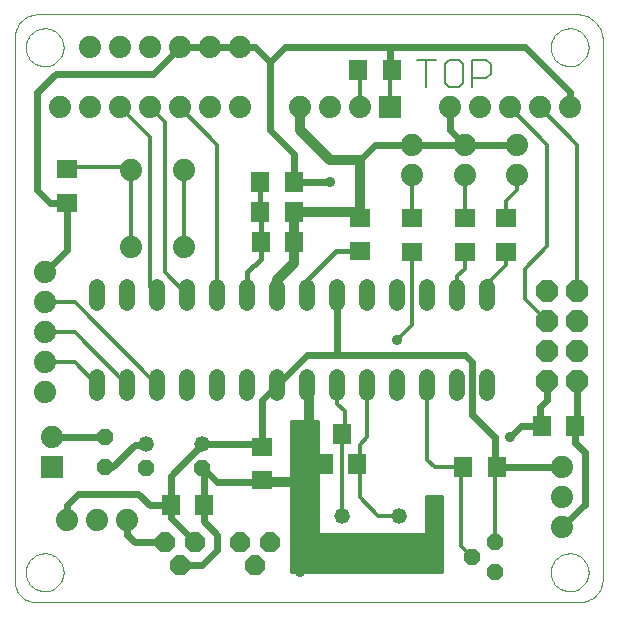
<source format=gtl>
G75*
%MOIN*%
%OFA0B0*%
%FSLAX24Y24*%
%IPPOS*%
%LPD*%
%AMOC8*
5,1,8,0,0,1.08239X$1,22.5*
%
%ADD10C,0.0000*%
%ADD11C,0.0080*%
%ADD12C,0.0520*%
%ADD13C,0.0740*%
%ADD14OC8,0.0520*%
%ADD15C,0.0520*%
%ADD16R,0.0709X0.0630*%
%ADD17R,0.0630X0.0709*%
%ADD18OC8,0.0740*%
%ADD19R,0.0710X0.0630*%
%ADD20R,0.0740X0.0740*%
%ADD21OC8,0.0660*%
%ADD22R,0.0630X0.0710*%
%ADD23C,0.0120*%
%ADD24C,0.0240*%
%ADD25C,0.0320*%
%ADD26C,0.0356*%
%ADD27C,0.0160*%
D10*
X000430Y000887D02*
X000430Y018999D01*
X000432Y019055D01*
X000438Y019110D01*
X000448Y019165D01*
X000462Y019219D01*
X000479Y019272D01*
X000501Y019323D01*
X000526Y019373D01*
X000554Y019421D01*
X000586Y019467D01*
X000621Y019510D01*
X000659Y019551D01*
X000700Y019589D01*
X000743Y019624D01*
X000789Y019656D01*
X000837Y019684D01*
X000887Y019709D01*
X000938Y019731D01*
X000991Y019748D01*
X001045Y019762D01*
X001100Y019772D01*
X001155Y019778D01*
X001211Y019780D01*
X019181Y019780D01*
X019237Y019778D01*
X019292Y019773D01*
X019347Y019764D01*
X019401Y019751D01*
X019454Y019735D01*
X019506Y019715D01*
X019557Y019692D01*
X019606Y019666D01*
X019653Y019637D01*
X019698Y019605D01*
X019741Y019569D01*
X019781Y019531D01*
X019819Y019491D01*
X019855Y019448D01*
X019887Y019403D01*
X019916Y019356D01*
X019942Y019307D01*
X019965Y019256D01*
X019985Y019204D01*
X020001Y019151D01*
X020014Y019097D01*
X020023Y019042D01*
X020028Y018987D01*
X020030Y018931D01*
X020030Y000961D01*
X020028Y000905D01*
X020022Y000850D01*
X020012Y000795D01*
X019998Y000741D01*
X019981Y000688D01*
X019959Y000637D01*
X019934Y000587D01*
X019906Y000539D01*
X019874Y000493D01*
X019839Y000450D01*
X019801Y000409D01*
X019760Y000371D01*
X019717Y000336D01*
X019671Y000304D01*
X019623Y000276D01*
X019573Y000251D01*
X019522Y000229D01*
X019469Y000212D01*
X019415Y000198D01*
X019360Y000188D01*
X019305Y000182D01*
X019249Y000180D01*
X001137Y000180D01*
X001087Y000182D01*
X001036Y000187D01*
X000987Y000196D01*
X000938Y000209D01*
X000890Y000225D01*
X000843Y000244D01*
X000798Y000266D01*
X000755Y000292D01*
X000713Y000321D01*
X000674Y000353D01*
X000637Y000387D01*
X000603Y000424D01*
X000571Y000463D01*
X000542Y000505D01*
X000516Y000548D01*
X000494Y000593D01*
X000475Y000640D01*
X000459Y000688D01*
X000446Y000737D01*
X000437Y000786D01*
X000432Y000837D01*
X000430Y000887D01*
X000800Y001180D02*
X000802Y001230D01*
X000808Y001280D01*
X000818Y001329D01*
X000832Y001377D01*
X000849Y001424D01*
X000870Y001469D01*
X000895Y001513D01*
X000923Y001554D01*
X000955Y001593D01*
X000989Y001630D01*
X001026Y001664D01*
X001066Y001694D01*
X001108Y001721D01*
X001152Y001745D01*
X001198Y001766D01*
X001245Y001782D01*
X001293Y001795D01*
X001343Y001804D01*
X001392Y001809D01*
X001443Y001810D01*
X001493Y001807D01*
X001542Y001800D01*
X001591Y001789D01*
X001639Y001774D01*
X001685Y001756D01*
X001730Y001734D01*
X001773Y001708D01*
X001814Y001679D01*
X001853Y001647D01*
X001889Y001612D01*
X001921Y001574D01*
X001951Y001534D01*
X001978Y001491D01*
X002001Y001447D01*
X002020Y001401D01*
X002036Y001353D01*
X002048Y001304D01*
X002056Y001255D01*
X002060Y001205D01*
X002060Y001155D01*
X002056Y001105D01*
X002048Y001056D01*
X002036Y001007D01*
X002020Y000959D01*
X002001Y000913D01*
X001978Y000869D01*
X001951Y000826D01*
X001921Y000786D01*
X001889Y000748D01*
X001853Y000713D01*
X001814Y000681D01*
X001773Y000652D01*
X001730Y000626D01*
X001685Y000604D01*
X001639Y000586D01*
X001591Y000571D01*
X001542Y000560D01*
X001493Y000553D01*
X001443Y000550D01*
X001392Y000551D01*
X001343Y000556D01*
X001293Y000565D01*
X001245Y000578D01*
X001198Y000594D01*
X001152Y000615D01*
X001108Y000639D01*
X001066Y000666D01*
X001026Y000696D01*
X000989Y000730D01*
X000955Y000767D01*
X000923Y000806D01*
X000895Y000847D01*
X000870Y000891D01*
X000849Y000936D01*
X000832Y000983D01*
X000818Y001031D01*
X000808Y001080D01*
X000802Y001130D01*
X000800Y001180D01*
X000800Y018680D02*
X000802Y018730D01*
X000808Y018780D01*
X000818Y018829D01*
X000832Y018877D01*
X000849Y018924D01*
X000870Y018969D01*
X000895Y019013D01*
X000923Y019054D01*
X000955Y019093D01*
X000989Y019130D01*
X001026Y019164D01*
X001066Y019194D01*
X001108Y019221D01*
X001152Y019245D01*
X001198Y019266D01*
X001245Y019282D01*
X001293Y019295D01*
X001343Y019304D01*
X001392Y019309D01*
X001443Y019310D01*
X001493Y019307D01*
X001542Y019300D01*
X001591Y019289D01*
X001639Y019274D01*
X001685Y019256D01*
X001730Y019234D01*
X001773Y019208D01*
X001814Y019179D01*
X001853Y019147D01*
X001889Y019112D01*
X001921Y019074D01*
X001951Y019034D01*
X001978Y018991D01*
X002001Y018947D01*
X002020Y018901D01*
X002036Y018853D01*
X002048Y018804D01*
X002056Y018755D01*
X002060Y018705D01*
X002060Y018655D01*
X002056Y018605D01*
X002048Y018556D01*
X002036Y018507D01*
X002020Y018459D01*
X002001Y018413D01*
X001978Y018369D01*
X001951Y018326D01*
X001921Y018286D01*
X001889Y018248D01*
X001853Y018213D01*
X001814Y018181D01*
X001773Y018152D01*
X001730Y018126D01*
X001685Y018104D01*
X001639Y018086D01*
X001591Y018071D01*
X001542Y018060D01*
X001493Y018053D01*
X001443Y018050D01*
X001392Y018051D01*
X001343Y018056D01*
X001293Y018065D01*
X001245Y018078D01*
X001198Y018094D01*
X001152Y018115D01*
X001108Y018139D01*
X001066Y018166D01*
X001026Y018196D01*
X000989Y018230D01*
X000955Y018267D01*
X000923Y018306D01*
X000895Y018347D01*
X000870Y018391D01*
X000849Y018436D01*
X000832Y018483D01*
X000818Y018531D01*
X000808Y018580D01*
X000802Y018630D01*
X000800Y018680D01*
X018300Y018680D02*
X018302Y018730D01*
X018308Y018780D01*
X018318Y018829D01*
X018332Y018877D01*
X018349Y018924D01*
X018370Y018969D01*
X018395Y019013D01*
X018423Y019054D01*
X018455Y019093D01*
X018489Y019130D01*
X018526Y019164D01*
X018566Y019194D01*
X018608Y019221D01*
X018652Y019245D01*
X018698Y019266D01*
X018745Y019282D01*
X018793Y019295D01*
X018843Y019304D01*
X018892Y019309D01*
X018943Y019310D01*
X018993Y019307D01*
X019042Y019300D01*
X019091Y019289D01*
X019139Y019274D01*
X019185Y019256D01*
X019230Y019234D01*
X019273Y019208D01*
X019314Y019179D01*
X019353Y019147D01*
X019389Y019112D01*
X019421Y019074D01*
X019451Y019034D01*
X019478Y018991D01*
X019501Y018947D01*
X019520Y018901D01*
X019536Y018853D01*
X019548Y018804D01*
X019556Y018755D01*
X019560Y018705D01*
X019560Y018655D01*
X019556Y018605D01*
X019548Y018556D01*
X019536Y018507D01*
X019520Y018459D01*
X019501Y018413D01*
X019478Y018369D01*
X019451Y018326D01*
X019421Y018286D01*
X019389Y018248D01*
X019353Y018213D01*
X019314Y018181D01*
X019273Y018152D01*
X019230Y018126D01*
X019185Y018104D01*
X019139Y018086D01*
X019091Y018071D01*
X019042Y018060D01*
X018993Y018053D01*
X018943Y018050D01*
X018892Y018051D01*
X018843Y018056D01*
X018793Y018065D01*
X018745Y018078D01*
X018698Y018094D01*
X018652Y018115D01*
X018608Y018139D01*
X018566Y018166D01*
X018526Y018196D01*
X018489Y018230D01*
X018455Y018267D01*
X018423Y018306D01*
X018395Y018347D01*
X018370Y018391D01*
X018349Y018436D01*
X018332Y018483D01*
X018318Y018531D01*
X018308Y018580D01*
X018302Y018630D01*
X018300Y018680D01*
X018300Y001180D02*
X018302Y001230D01*
X018308Y001280D01*
X018318Y001329D01*
X018332Y001377D01*
X018349Y001424D01*
X018370Y001469D01*
X018395Y001513D01*
X018423Y001554D01*
X018455Y001593D01*
X018489Y001630D01*
X018526Y001664D01*
X018566Y001694D01*
X018608Y001721D01*
X018652Y001745D01*
X018698Y001766D01*
X018745Y001782D01*
X018793Y001795D01*
X018843Y001804D01*
X018892Y001809D01*
X018943Y001810D01*
X018993Y001807D01*
X019042Y001800D01*
X019091Y001789D01*
X019139Y001774D01*
X019185Y001756D01*
X019230Y001734D01*
X019273Y001708D01*
X019314Y001679D01*
X019353Y001647D01*
X019389Y001612D01*
X019421Y001574D01*
X019451Y001534D01*
X019478Y001491D01*
X019501Y001447D01*
X019520Y001401D01*
X019536Y001353D01*
X019548Y001304D01*
X019556Y001255D01*
X019560Y001205D01*
X019560Y001155D01*
X019556Y001105D01*
X019548Y001056D01*
X019536Y001007D01*
X019520Y000959D01*
X019501Y000913D01*
X019478Y000869D01*
X019451Y000826D01*
X019421Y000786D01*
X019389Y000748D01*
X019353Y000713D01*
X019314Y000681D01*
X019273Y000652D01*
X019230Y000626D01*
X019185Y000604D01*
X019139Y000586D01*
X019091Y000571D01*
X019042Y000560D01*
X018993Y000553D01*
X018943Y000550D01*
X018892Y000551D01*
X018843Y000556D01*
X018793Y000565D01*
X018745Y000578D01*
X018698Y000594D01*
X018652Y000615D01*
X018608Y000639D01*
X018566Y000666D01*
X018526Y000696D01*
X018489Y000730D01*
X018455Y000767D01*
X018423Y000806D01*
X018395Y000847D01*
X018370Y000891D01*
X018349Y000936D01*
X018332Y000983D01*
X018318Y001031D01*
X018308Y001080D01*
X018302Y001130D01*
X018300Y001180D01*
D11*
X015687Y017345D02*
X015687Y018266D01*
X016147Y018266D01*
X016300Y018112D01*
X016300Y017805D01*
X016147Y017652D01*
X015687Y017652D01*
X015380Y017498D02*
X015380Y018112D01*
X015226Y018266D01*
X014919Y018266D01*
X014766Y018112D01*
X014766Y017498D01*
X014919Y017345D01*
X015226Y017345D01*
X015380Y017498D01*
X014459Y018266D02*
X013845Y018266D01*
X014152Y018266D02*
X014152Y017345D01*
D12*
X014180Y010690D02*
X014180Y010170D01*
X013180Y010170D02*
X013180Y010690D01*
X012180Y010690D02*
X012180Y010170D01*
X011180Y010170D02*
X011180Y010690D01*
X010180Y010690D02*
X010180Y010170D01*
X009180Y010170D02*
X009180Y010690D01*
X008180Y010690D02*
X008180Y010170D01*
X007180Y010170D02*
X007180Y010690D01*
X006180Y010690D02*
X006180Y010170D01*
X005180Y010170D02*
X005180Y010690D01*
X004180Y010690D02*
X004180Y010170D01*
X003180Y010170D02*
X003180Y010690D01*
X003180Y007690D02*
X003180Y007170D01*
X004180Y007170D02*
X004180Y007690D01*
X005180Y007690D02*
X005180Y007170D01*
X006180Y007170D02*
X006180Y007690D01*
X007180Y007690D02*
X007180Y007170D01*
X008180Y007170D02*
X008180Y007690D01*
X009180Y007690D02*
X009180Y007170D01*
X010180Y007170D02*
X010180Y007690D01*
X011180Y007690D02*
X011180Y007170D01*
X012180Y007170D02*
X012180Y007690D01*
X013180Y007690D02*
X013180Y007170D01*
X014180Y007170D02*
X014180Y007690D01*
X015180Y007690D02*
X015180Y007170D01*
X016180Y007170D02*
X016180Y007690D01*
X016180Y010170D02*
X016180Y010690D01*
X015180Y010690D02*
X015180Y010170D01*
D13*
X015430Y014430D03*
X015430Y015430D03*
X014930Y016680D03*
X015930Y016680D03*
X016930Y016680D03*
X017930Y016680D03*
X018930Y016680D03*
X017180Y015430D03*
X017180Y014430D03*
X013680Y014430D03*
X013680Y015430D03*
X011930Y016680D03*
X010930Y016680D03*
X009930Y016680D03*
X007930Y016680D03*
X006930Y016680D03*
X005930Y016680D03*
X004930Y016680D03*
X003930Y016680D03*
X002930Y016680D03*
X001930Y016680D03*
X002930Y018680D03*
X003930Y018680D03*
X004930Y018680D03*
X005930Y018680D03*
X006930Y018680D03*
X007930Y018680D03*
X006070Y014585D03*
X004290Y014585D03*
X004290Y012025D03*
X006070Y012025D03*
X001430Y011180D03*
X001430Y010180D03*
X001430Y009180D03*
X001430Y008180D03*
X001430Y007180D03*
X001680Y005680D03*
X002180Y002930D03*
X003180Y002930D03*
X004180Y002930D03*
X018680Y002680D03*
X018680Y003680D03*
X018680Y004680D03*
D14*
X016430Y002180D03*
X015680Y001680D03*
X016430Y001180D03*
X006680Y004655D03*
X004805Y004655D03*
X003430Y004680D03*
X003430Y005680D03*
D15*
X004805Y005455D03*
X006680Y005455D03*
X011355Y003055D03*
X013255Y003055D03*
D16*
X008680Y004254D03*
X008680Y005356D03*
X011930Y011879D03*
X011930Y012981D03*
D17*
X009731Y012180D03*
X008629Y012180D03*
X010254Y005805D03*
X011356Y005805D03*
X011856Y004805D03*
X010754Y004805D03*
X006731Y003430D03*
X005629Y003430D03*
X018004Y006055D03*
X019106Y006055D03*
D18*
X019180Y007555D03*
X019180Y008555D03*
X019180Y009555D03*
X019180Y010555D03*
X018180Y010555D03*
X018180Y009555D03*
X018180Y008555D03*
X018180Y007555D03*
D19*
X016805Y011870D03*
X016805Y012990D03*
X015430Y012990D03*
X015430Y011870D03*
X013680Y011870D03*
X013680Y012990D03*
X002180Y013495D03*
X002180Y014615D03*
D20*
X001680Y004680D03*
X012930Y016680D03*
D21*
X008930Y002180D03*
X008430Y001430D03*
X007930Y002180D03*
X006430Y002180D03*
X005930Y001430D03*
X005430Y002180D03*
D22*
X015370Y004680D03*
X016490Y004680D03*
X009740Y013180D03*
X009740Y014180D03*
X008620Y014180D03*
X008620Y013180D03*
X011870Y017930D03*
X012990Y017930D03*
D23*
X012930Y017870D01*
X012930Y016680D01*
X011930Y016680D02*
X011930Y017870D01*
X011870Y017930D01*
X012930Y017990D02*
X012990Y017930D01*
X013680Y014430D02*
X013680Y012990D01*
X013680Y011870D02*
X013680Y009680D01*
X013680Y009430D01*
X013180Y008930D01*
X012180Y007430D02*
X012180Y005680D01*
X011930Y005430D01*
X011930Y004879D01*
X011856Y004805D01*
X011930Y004805D01*
X011930Y003680D01*
X012555Y003055D01*
X013255Y003055D01*
X014180Y003024D02*
X014680Y003024D01*
X014680Y002906D02*
X014180Y002906D01*
X014180Y002787D02*
X014680Y002787D01*
X014680Y002669D02*
X014180Y002669D01*
X014180Y002550D02*
X014680Y002550D01*
X014680Y002432D02*
X014180Y002432D01*
X014180Y002430D02*
X014180Y003680D01*
X014680Y003680D01*
X014680Y001180D01*
X009680Y001180D01*
X009680Y006180D01*
X010555Y006180D01*
X010555Y002430D01*
X014180Y002430D01*
X014680Y002313D02*
X009680Y002313D01*
X009680Y002195D02*
X014680Y002195D01*
X014680Y002076D02*
X009680Y002076D01*
X009680Y001958D02*
X014680Y001958D01*
X014680Y001839D02*
X009680Y001839D01*
X009680Y001721D02*
X014680Y001721D01*
X014680Y001602D02*
X009680Y001602D01*
X009680Y001484D02*
X014680Y001484D01*
X014680Y001365D02*
X009680Y001365D01*
X009680Y001247D02*
X014680Y001247D01*
X015305Y002055D02*
X015305Y004615D01*
X015370Y004680D02*
X014430Y004680D01*
X014180Y004930D01*
X014180Y007430D01*
X011430Y006555D02*
X011430Y005879D01*
X011356Y005805D01*
X011355Y005805D01*
X011355Y003055D01*
X010555Y003024D02*
X009680Y003024D01*
X009680Y002906D02*
X010555Y002906D01*
X010555Y002787D02*
X009680Y002787D01*
X009680Y002669D02*
X010555Y002669D01*
X010555Y002550D02*
X009680Y002550D01*
X009680Y002432D02*
X010555Y002432D01*
X010555Y003143D02*
X009680Y003143D01*
X009680Y003261D02*
X010555Y003261D01*
X010555Y003380D02*
X009680Y003380D01*
X009680Y003498D02*
X010555Y003498D01*
X010555Y003617D02*
X009680Y003617D01*
X009680Y003735D02*
X010555Y003735D01*
X010555Y003854D02*
X009680Y003854D01*
X009680Y003972D02*
X010555Y003972D01*
X010555Y004091D02*
X009680Y004091D01*
X009680Y004209D02*
X010555Y004209D01*
X010555Y004328D02*
X009680Y004328D01*
X009680Y004446D02*
X010555Y004446D01*
X010555Y004565D02*
X009680Y004565D01*
X009680Y004683D02*
X010555Y004683D01*
X010555Y004802D02*
X009680Y004802D01*
X009680Y004920D02*
X010555Y004920D01*
X010555Y005039D02*
X009680Y005039D01*
X009680Y005157D02*
X010555Y005157D01*
X010555Y005276D02*
X009680Y005276D01*
X009680Y005394D02*
X010555Y005394D01*
X010555Y005513D02*
X009680Y005513D01*
X009680Y005631D02*
X010555Y005631D01*
X010555Y005750D02*
X009680Y005750D01*
X009680Y005868D02*
X010555Y005868D01*
X010555Y005987D02*
X009680Y005987D01*
X009680Y006105D02*
X010555Y006105D01*
X010254Y005805D02*
X010305Y005754D01*
X011180Y006805D02*
X011430Y006555D01*
X011180Y006805D02*
X011180Y007430D01*
X008680Y004254D02*
X008754Y004180D01*
X005180Y007430D02*
X002430Y010180D01*
X001430Y010180D01*
X001430Y009180D02*
X002430Y009180D01*
X004180Y007430D01*
X003180Y007430D02*
X002430Y008180D01*
X001430Y008180D01*
X004930Y010680D02*
X005180Y010430D01*
X004930Y010680D02*
X004930Y015680D01*
X003930Y016680D01*
X004930Y016680D02*
X005430Y016180D01*
X005430Y015930D01*
X005430Y015680D01*
X005430Y011180D01*
X006180Y010430D01*
X007180Y010430D02*
X007180Y015430D01*
X005930Y016680D01*
X006070Y014585D02*
X006070Y012025D01*
X004290Y012025D02*
X004290Y014585D01*
X004275Y014585D01*
X004180Y014680D01*
X002245Y014680D01*
X002180Y014615D01*
X014180Y003617D02*
X014680Y003617D01*
X014680Y003498D02*
X014180Y003498D01*
X014180Y003380D02*
X014680Y003380D01*
X014680Y003261D02*
X014180Y003261D01*
X014180Y003143D02*
X014680Y003143D01*
X015305Y002055D02*
X015680Y001680D01*
X016430Y002180D02*
X016430Y004620D01*
X017930Y006129D02*
X018004Y006055D01*
X019106Y006055D02*
X019180Y006129D01*
X019430Y003430D02*
X019356Y003356D01*
X018180Y009555D02*
X017430Y010305D01*
X017430Y011305D01*
X018180Y012055D01*
X018180Y015430D01*
X016930Y016680D01*
X017930Y016680D02*
X019180Y015430D01*
X019180Y010555D01*
X016805Y011430D02*
X016805Y011870D01*
X016805Y011430D02*
X016180Y010805D01*
X016180Y010430D01*
X015180Y010430D02*
X015180Y011055D01*
X015430Y011305D01*
X015430Y011870D01*
X015430Y012990D02*
X015430Y014430D01*
X016805Y013555D02*
X016805Y012990D01*
X016805Y013555D02*
X017180Y013930D01*
X017180Y014430D01*
D24*
X017180Y015430D02*
X015430Y015430D01*
X014930Y015930D01*
X014930Y016680D01*
X015430Y015430D02*
X013680Y015430D01*
X012430Y015430D01*
X011930Y014930D01*
X010930Y014180D02*
X009740Y014180D01*
X009740Y015120D01*
X008930Y015930D01*
X008930Y018180D01*
X008430Y018680D01*
X007930Y018680D01*
X006930Y018680D01*
X005930Y018680D01*
X005055Y017805D01*
X001805Y017805D01*
X001180Y017180D01*
X001180Y013930D01*
X001615Y013495D01*
X002180Y013495D01*
X002180Y011930D01*
X001430Y011180D01*
X001680Y005680D02*
X003430Y005680D01*
X003680Y004680D02*
X004430Y005430D01*
X004780Y005430D01*
X005629Y004404D02*
X006680Y005455D01*
X008581Y005455D01*
X008680Y005356D02*
X008680Y006930D01*
X009180Y007430D01*
X010180Y008430D01*
X011180Y008430D01*
X011180Y010430D01*
X009180Y010430D02*
X009180Y010930D01*
X011180Y008430D02*
X015430Y008430D01*
X015680Y008180D01*
X015680Y006430D01*
X016430Y005680D01*
X016430Y004740D01*
X016490Y004680D02*
X018680Y004680D01*
X019430Y005180D02*
X019430Y003430D01*
X019356Y003356D02*
X018680Y002680D01*
X019430Y005180D02*
X019106Y005504D01*
X019106Y006055D01*
X019180Y006129D02*
X019180Y007555D01*
X018180Y007555D02*
X018180Y006930D01*
X017930Y006680D01*
X017930Y006129D01*
X018004Y006055D02*
X017305Y006055D01*
X016930Y005680D01*
X010754Y004805D02*
X010305Y004805D01*
X008606Y004180D02*
X007180Y004180D01*
X006705Y004655D01*
X006731Y004604D02*
X006731Y003430D01*
X006731Y002879D01*
X007180Y002430D01*
X007180Y001930D01*
X006680Y001430D01*
X005930Y001430D01*
X005430Y002180D02*
X004430Y002180D01*
X004180Y002430D01*
X004180Y002930D01*
X004930Y003430D02*
X005629Y003430D01*
X005629Y002981D01*
X006430Y002180D01*
X005629Y003430D02*
X005629Y004404D01*
X004930Y003430D02*
X004555Y003805D01*
X002555Y003805D01*
X002180Y003430D01*
X002180Y002930D01*
X010180Y007430D02*
X010254Y007356D01*
X018930Y016680D02*
X018930Y017180D01*
X017430Y018680D01*
X012930Y018680D01*
X012930Y017990D01*
X012930Y018680D02*
X009430Y018680D01*
X008930Y018180D01*
D25*
X009930Y016680D02*
X009930Y015930D01*
X010930Y014930D01*
X011930Y014930D01*
X011930Y013180D01*
X009740Y013180D01*
X009731Y013171D02*
X009731Y012180D01*
X009731Y011481D01*
X009180Y010930D01*
X010254Y007356D02*
X010254Y005805D01*
X010305Y005754D02*
X010305Y004805D01*
X009680Y004180D01*
X008754Y004180D01*
D26*
X009930Y001180D03*
X016930Y005680D03*
X013180Y008930D03*
X010930Y014180D03*
D27*
X011930Y013180D02*
X011930Y012981D01*
X011930Y011879D02*
X011129Y011879D01*
X010180Y010930D01*
X010180Y010430D01*
X008629Y011629D02*
X008180Y011180D01*
X008180Y010430D01*
X008629Y011629D02*
X008629Y012180D01*
X008629Y013171D01*
X008620Y013180D01*
X008620Y014180D01*
X009731Y013171D02*
X009740Y013180D01*
X008581Y005455D02*
X008680Y005356D01*
X008680Y004254D02*
X008606Y004180D01*
X006731Y004604D02*
X006680Y004655D01*
X006705Y004655D01*
X004805Y005455D02*
X004780Y005430D01*
X003680Y004680D02*
X003430Y004680D01*
X015305Y004615D02*
X015370Y004680D01*
X016430Y004620D02*
X016490Y004680D01*
X016430Y004740D01*
M02*

</source>
